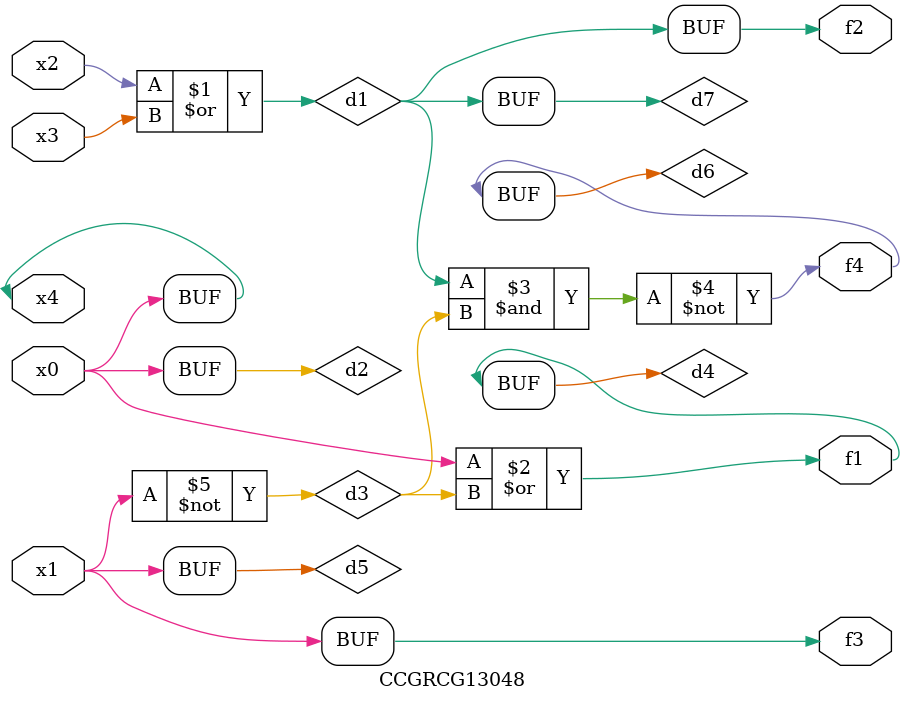
<source format=v>
module CCGRCG13048(
	input x0, x1, x2, x3, x4,
	output f1, f2, f3, f4
);

	wire d1, d2, d3, d4, d5, d6, d7;

	or (d1, x2, x3);
	buf (d2, x0, x4);
	not (d3, x1);
	or (d4, d2, d3);
	not (d5, d3);
	nand (d6, d1, d3);
	or (d7, d1);
	assign f1 = d4;
	assign f2 = d7;
	assign f3 = d5;
	assign f4 = d6;
endmodule

</source>
